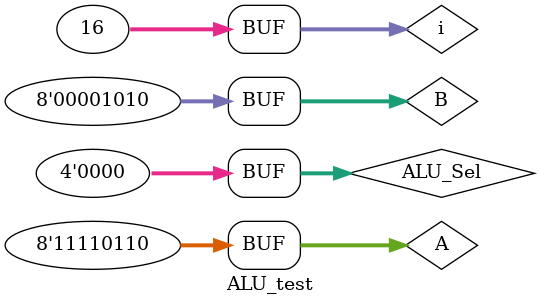
<source format=v>
`timescale 1ns / 1ps

//Please put it in your simulations.v 

module Project1Test();
    //Input Registers of ALUSystem
    reg[1:0] RF_OutASel; 
    reg[1:0] RF_OutBSel; 
    reg[1:0] RF_FunSel;
    reg[3:0] RF_RegSel;
    reg[3:0] ALU_FunSel;
    reg[1:0] ARF_OutCSel; 
    reg[1:0] ARF_OutDSel; 
    reg[1:0] ARF_FunSel;
    reg[2:0] ARF_RegSel;
    reg      IR_LH;
    reg      IR_Enable;
    reg[1:0] IR_Funsel;
    reg      Mem_WR;
    reg      Mem_CS;
    reg[1:0] MuxASel;
    reg[1:0] MuxBSel;
    reg      MuxCSel;
    reg      Clock;
    
    //Test Bench Connection of ALU System
    ALUSystem _ALUSystem(
    .RF_OutASel(RF_OutASel), 
    .RF_OutBSel(RF_OutBSel), 
    .RF_FunSel(RF_FunSel),
    .RF_RegSel(RF_RegSel),
    .ALU_FunSel(ALU_FunSel),
    .ARF_OutCSel(ARF_OutCSel), 
    .ARF_OutDSel(ARF_OutDSel), 
    .ARF_FunSel(ARF_FunSel),
    .ARF_RegSel(ARF_RegSel),
    .IR_LH(IR_LH),
    .IR_Enable(IR_Enable),
    .IR_Funsel(IR_Funsel),
    .Mem_WR(Mem_WR),
    .Mem_CS(Mem_CS),
    .MuxASel(MuxASel),
    .MuxBSel(MuxBSel),
    .MuxCSel(MuxCSel),
    .Clock(Clock)
    );
    
    //Test Vector Variables
    reg [31:0] VectorNum, Errors, TotalLine; 
    reg [34:0] TestVectors[10000:0];
    reg Reset, Operation;
    
    //Clock Signal Generation
    always 
    begin
        Clock = 1; #5; Clock = 0; #5; // 10ns period
    end
    
    //Read Test Bench Values
    initial begin
        $readmemb("TestBench.mem", TestVectors); // Read vectors
        VectorNum = 0; Errors = 0; TotalLine=0; Reset=0;// Initialize
    end
    
    // Apply test vectors on rising edge of clock
    always @(posedge Clock)
    begin
        #1; 
        {Operation, RF_OutASel, RF_OutBSel, RF_FunSel, 
        RF_RegSel, ALU_FunSel, ARF_OutCSel, ARF_OutDSel, 
        ARF_FunSel, ARF_RegSel, IR_LH, IR_Enable, IR_Funsel, 
        Mem_WR, Mem_CS, MuxASel, MuxBSel, MuxCSel} = TestVectors[VectorNum];
    end
    
    // Check results on falling edge of clk
    always @(negedge Clock)
        if (~Reset) // skip during reset
        begin
            $display("Input Values:");
            $display("Operation: %d", Operation);
            $display("Register File: OutASel: %d, OutBSel: %d, FunSel: %d, Regsel: %d", RF_OutASel, RF_OutBSel, RF_FunSel, RF_RegSel);            
            $display("ALU FunSel: %d", ALU_FunSel);
            $display("Addres Register File: OutCSel: %d, OutDSel: %d, FunSel: %d, Regsel: %d", ARF_OutCSel, ARF_OutDSel, ARF_FunSel, ARF_RegSel);            
            $display("Instruction Register: LH: %d, Enable: %d, FunSel: %d", IR_LH, IR_Enable, IR_Funsel);            
            $display("Memory: WR: %d, CS: %d", Mem_WR, Mem_CS);
            $display("MuxASel: %d, MuxBSel: %d, MuxCSel: %d", MuxASel, MuxBSel, MuxCSel);
            
            $display("");
            $display("Ouput Values:");
            $display("Register File: AOut: %d, BOut: %d", _ALUSystem.AOut, _ALUSystem.BOut);            
            $display("ALUOut: %d, ALUOutFlag: %d, ALUOutFlags: Z:%d, C:%d, N:%d, O:%d,", _ALUSystem.ALUOut, _ALUSystem.ALUOutFlag, _ALUSystem.ALUOutFlag[3],_ALUSystem.ALUOutFlag[2],_ALUSystem.ALUOutFlag[1],_ALUSystem.ALUOutFlag[0]);
            $display("Address Register File: COut: %d, DOut (Address): %d", _ALUSystem.ARF_COut, _ALUSystem.Address);            
            $display("Memory Out: %d", _ALUSystem.MemoryOut);            
            $display("Instruction Register: IROut: %d", _ALUSystem.IROut);            
            $display("MuxAOut: %d, MuxBOut: %d, MuxCOut: %d", _ALUSystem.MuxAOut, _ALUSystem.MuxBOut, _ALUSystem.MuxCOut);
            
            // increment array index and read next testvector
            VectorNum = VectorNum + 1;
            if (TestVectors[VectorNum] === 35'bx)
            begin
                $display("%d tests completed.",
                VectorNum);
                $finish; // End simulation
            end
        end
endmodule

module A_eight_bit_full_adder_subtractor(
    input [7:0] A_input,
    input [7:0] B_input,
    input X,    //1 when subraction, 0 when summation
    output Cout,
    output [7:0] s 
    );
    wire [7:0] B_after_Xor ;
    xor_gate B_Xor_X(B_input[0], X, B_after_Xor[0]);
    xor_gate B_Xor_X1(B_input[1], X, B_after_Xor[1]);
    xor_gate B_Xor_X2(B_input[2], X, B_after_Xor[2]);
    xor_gate B_Xor_X3(B_input[3], X, B_after_Xor[3]);
    xor_gate B_Xor_X4(B_input[4], X, B_after_Xor[4]);
    xor_gate B_Xor_X5(B_input[5], X, B_after_Xor[5]);
    xor_gate B_Xor_X6(B_input[6], X, B_after_Xor[6]);
    xor_gate B_Xor_X7(B_input[7], X, B_after_Xor[7]);
    
    eight_bit_full_adder result(A_input, B_after_Xor, X, Cout, s);
endmodule


module sixteen_bit_full_adder_subtractor_test(); 
   reg [15:0]A;
   reg [15:0]B_input;
   reg X;           //1 when subraction, 0 when summation
   wire Cout;
   wire [15:0]s;
   
   sixteen_bit_full_adder_subtractor uut(A,B_input,X,Cout,s);
   
   initial begin
       A = 16'd23; B_input = 16'd3; X = 1'b0;#125;
       A = 16'd21; B_input = 16'd75; X = 1'b0;#125;
       A = 16'd16800; B_input = 16'd16900; X = 1'b0;#125;
       A = 16'd69834; B_input = 16'd66500; X = 1'b0;#125;
       A = 16'd325; B_input = 16'd97; X = 1'b0;#125;
       A = 16'd44; B_input = 16'd190; X = 1'b0;#125;
       A = 16'd463; B_input = 16'd241; X = 1'b0;#125;
       A = 16'd86; B_input = 16'd572; X = 1'b0;#125;
       
   end
endmodule

module and_gate_test();
    
    reg A;
    reg B;
    
    wire C;
    
    and_gate uut(A,B,C);
    
    initial begin
        A = 1'b0;   B = 1'b0;   #250;  
        A = 1'b0;   B = 1'b1;   #250;
        A = 1'b1;   B = 1'b0;   #250;  
        A = 1'b1;   B = 1'b1;   #250;
    end
endmodule

module or_gate_test();
    
    reg A;
    reg B;
    
    wire C;
    
    or_gate uut(A,B,C);
    
    initial begin
        A = 1'b0;   B = 1'b0;   #250;  
        A = 1'b0;   B = 1'b1;   #250;
        A = 1'b1;   B = 1'b0;   #250;  
        A = 1'b1;   B = 1'b1;   #250;
    end
endmodule

module not_gate_test();
    
    reg A;
    
    wire B;
    
    not_gate uut(A,B);
    
    initial begin
        A = 1'b0;   #250;  
        A = 1'b1;   #250;
       
    end
endmodule
module nand_gate_test();
    
    reg A;
    reg B;
    
    wire C;
    
    nand_gate uut(A,B,C);
    
    initial begin
        A = 1'b0;   B = 1'b0;   #250;  
        A = 1'b0;   B = 1'b1;   #250;
        A = 1'b1;   B = 1'b0;   #250;  
        A = 1'b1;   B = 1'b1;   #250;
    end
endmodule
module xor_gate_test();
    
    reg A;
    reg B;
    
    wire C;
    
    xor_gate uut(A,B,C);
    
    initial begin
        A = 1'b0;   B = 1'b0;   #250;  
        A = 1'b0;   B = 1'b1;   #250;
        A = 1'b1;   B = 1'b0;   #250;  
        A = 1'b1;   B = 1'b1;   #250;
    end
endmodule

module half_adder_test(); 
   reg A;
   reg B;
   wire C;
   wire S;
   half_adder uut(A,B,C,S);
   
   initial begin
       A = 0; B = 0;#250;
       A = 0; B = 1;#250;
       A = 1; B = 0;#250;
       A = 1; B = 1;#250;
   end
endmodule
module full_adder_test(); 
   reg A;
   reg B;
   reg Carry_in;
   wire Carry_out;
   wire S;
   full_adder uut(A,B,Carry_in,Carry_out,S);
   
   initial begin
       A = 1'b0; B = 1'b0; Carry_in = 1'b0;#125;
       A = 1'b0; B = 1'b0; Carry_in = 1'b1;#125;
       A = 1'b0; B = 1'b1; Carry_in = 1'b0;#125;
       A = 1'b0; B = 1'b1; Carry_in = 1'b1;#125;
       A = 1'b1; B = 1'b0; Carry_in = 1'b0;#125;
       A = 1'b1; B = 1'b0; Carry_in = 1'b1;#125;
       A = 1'b1; B = 1'b1; Carry_in = 1'b0;#125;
       A = 1'b1; B = 1'b1; Carry_in = 1'b1;#125;
       
   end
endmodule
module four_bit_full_adder_test(); 
   reg [3:0]A;
   reg [3:0]B;
   reg Cin;
   wire Cout;
   wire [3:0]S;
   four_bit_full_adder uut(A,B,Cin,Cout,S);
   
   initial begin
       A = 4'd8; B = 4'd1; Cin = 1'd0;#125;
       A = 4'd2; B = 4'd7; Cin = 1'd0;#125;
       A = 4'd4; B = 4'd5; Cin = 1'd0;#125;
       A = 4'd11; B = 4'd10; Cin = 1'd0;#125;
       A = 4'd14; B = 4'd5; Cin = 1'd0;#125;
       A = 4'd15; B = 4'd9; Cin = 1'd0;#125;
       A = 4'd6; B = 4'd3; Cin = 1'd0;#125;
       A = 4'd8; B = 4'd12; Cin = 1'd0;#125;
       
   end
endmodule
module eight_bit_full_adder_test(); 
   reg [7:0]A;
   reg [7:0]B;
   reg Cin;
   wire Cout;
   wire [7:0]S;
   eight_bit_full_adder uut(A,B,Cin,Cout,S);
   
   initial begin
       A = 8'd29; B = 8'd5; Cin = 1'd0;#125;
       A = 8'd51; B = 8'd92; Cin = 1'd0;#125;
       A = 8'd17; B = 8'd28; Cin = 1'd0;#125;
       A = 8'd191; B = 8'd2; Cin = 1'd0;#125;
       A = 8'd200; B = 8'd95; Cin = 1'd0;#125;
       A = 8'd49; B = 8'd25; Cin = 1'd0;#125;
       A = 8'd78; B = 8'd252; Cin = 1'd0;#125;
       A = 8'd43; B = 8'd59; Cin = 1'd0;#125;
   end
endmodule

module A_eight_bit_full_adder_subtractor_test(); 
   reg [7:0]A;
   reg [7:0]B;
   reg Cin;
   wire Cout;
   wire [7:0]S;
   A_eight_bit_full_adder_subtractor uut(A,B,Cin,Cout,S);
   
   initial begin
       A = 8'd29; B = 8'd5; Cin = 1'd1;#125;
       A = 8'd100; B = 8'd92; Cin = 1'd1;#125;
       A = 8'd30; B = 8'd28; Cin = 1'd1;#125;
       A = 8'd191; B = 8'd2; Cin = 1'd1;#125;
       A = 8'd200; B = 8'd95; Cin = 1'd0;#125;
       A = 8'd49; B = 8'd25; Cin = 1'd0;#125;
       A = 8'd78; B = 8'd252; Cin = 1'd0;#125;
       A = 8'd43; B = 8'd59; Cin = 1'd0;#125;
   end
endmodule

module A_sixteen_bit_full_adder_subtractor_test(); 
   reg [15:0]A;
   reg [15:0]B_input;
   reg X;           //1 when subraction, 0 when summation
   wire Cout;
   wire [15:0]s;
   
   A_sixteen_bit_full_adder_subtractor uut(A,B_input,X,Cout,s);
   
   initial begin
       A = 16'd23; B_input = 16'd3; X = 1'b0;#125;
       A = 16'd21; B_input = 16'd75; X = 1'b0;#125;
       A = 16'd16800; B_input = 16'd16900; X = 1'b0;#125;
       A = 16'd69834; B_input = 16'd66500; X = 1'b0;#125;
       A = 16'd325; B_input = 16'd97; X = 1'b0;#125;
       A = 16'd44; B_input = 16'd190; X = 1'b0;#125;
       A = 16'd463; B_input = 16'd241; X = 1'b0;#125;
       A = 16'd86; B_input = 16'd572; X = 1'b0;#125;
       
   end
endmodule
module part11_test(); 
   reg [15:0]A;
   reg [15:0]B;
   wire Cout;
   wire [15:0]S;
   part11 uut(A,B,Cout,S);
   
   initial begin
       A = 16'd32; B = 16'd7; #125;
       A = 16'd21; B = 16'd85; #125;
       A = 16'd16; B = 16'd36; #125;
       A = 16'd256; B = 16'd5; #125;
       A = 16'd200; B = 16'd95;#125;
       A = 16'd45; B = 16'd153; #125;
       A = 16'd36; B = 16'd255; #125;
       A = 16'd25; B = 16'd56; #125;
   end
endmodule

module eight_bit_d_flip_flop_simulation(); 
   reg [7:0] D;
   reg reset;
   reg enable;
   reg CLK;
   wire [7:0] Q;
   eight_bit_d_flip_flop uut(D,reset, enable, CLK,Q);
   
   initial begin
       CLK = 0; enable=1; reset=0; D = 8'b01010101;#166.66;
       D = 8'b01010101; #166.66;
       D = 8'b11111111; #166.66;
       reset = 1;D = 8'b11110000; #166.66;
       enable = 0; D = 8'b01010101; #166.66;

   end
   always
   begin
       CLK <= ~CLK; #50;
   end
endmodule

module sixteen_bit_d_flip_flop_simulation(); 
   reg [15:0] D;
   reg reset;
   reg enable;
   reg CLK;
   wire [15:0] Q;
   sixteen_bit_d_flip_flop uut(D,reset, enable, CLK,Q);
   
   initial begin
       CLK = 0; enable=1; reset=0; D = 16'd98 ;#166.66;
       D = 16'd17; #166.66;
       D = 16'd34; #166.66;
       reset = 1; D =16'd165; #166.66;
       enable = 0; D = 16'd134; #166.66;

   end
   always
   begin
       CLK <= ~CLK; #50;
   end
endmodule

module eight_bit_register_test();
   reg [7:0] A;
   reg reset;
   reg enable;
   reg CLK;
   reg [1:0]funsel;
   wire [7:0] O;
   eight_bit_register uut(A,funsel,enable,CLK,reset,O);
   
   initial begin
       CLK = 0; enable=1; reset=0; A = 8'b01010101; funsel=2'b10;#166.66;//load
       funsel=2'b00; #166.66;//decrement
       funsel=2'b01; #166.66;//increment
       funsel=2'b11; #166.66;//Clear
      A = 8'b11110000; funsel=2'b10; #166.66;//load
       enable = 0; funsel=2'b11; #166.66;

   end
   always
   begin
       CLK <= ~CLK; #50;
   end    
    
endmodule

module sixteen_bit_register_test();
   reg [15:0] A;
   reg reset;
   reg enable;
   reg CLK;
   reg [1:0]funsel;
   wire [15:0] O;
   sixteen_bit_register uut(A,funsel,enable,CLK,reset,O);
   
   initial begin
       CLK = 0; enable=1; reset=0; A = 16'b0101010101010101; funsel=2'b10;#166.66;//load
       funsel=2'b00; #166.66;//decrement
       funsel=2'b01; #166.66;//increment
       funsel=2'b11; #166.66;//Clear
      A = 16'b1111000011110000; funsel=2'b10; #166.66;//load
       enable = 0; funsel=2'b11; #166.66;

   end
   always
   begin
       CLK <= ~CLK; #50;
   end    
    
endmodule

module part2a_test();
   reg [7:0] A;
   reg [1:0]funsel;
   reg [3:0]regsel;
   reg [1:0]outAsel;
   reg [1:0]outBsel;
   reg CLK;
   wire [7:0] OA;
   wire [7:0] OB;
   part2a uut(A,funsel,regsel,outAsel,outBsel,CLK,OA,OB);
   
   initial begin
       CLK = 0; regsel=4'b1110; A = 8'b01010101; funsel=2'b10; outAsel=2'b11 ; outBsel=2'b00;#166.66;//r1 load -> A,B
       funsel=2'b00;regsel=4'b1110;outAsel=2'b00 ; outBsel=2'b00; #166.66;//decrement r1->A,B
       funsel=2'b11; regsel=4'b1110; #166.66; outAsel=2'b00 ; outBsel=2'b00;//clear r1->A,B
       funsel=2'b10;regsel=4'b1001;A = 8'b11001100;outAsel=2'b01 ; outBsel=2'b10; #166.66;//load r2,r3->A,B
       funsel=2'b01;regsel=4'b1001;outAsel=2'b10 ; outBsel=2'b01; #166.66;//increment r1,r2->B,A
       funsel=2'b11;regsel=4'b0000;outAsel=2'b11 ; outBsel=2'b10; #166.66;//clear r1,r2,r3,r4->_,_,B,A

   end
   always
   begin
       CLK <= ~CLK; #50;
   end    
    
endmodule
module part2b_test();
   reg [7:0] A;
   reg [1:0]funsel;
   reg [2:0]regsel;
   reg [1:0]outCsel;
   reg [1:0]outDsel;
   reg CLK;
   wire [7:0] OC;
   wire [7:0] OD;
   part2b uut(A,funsel,regsel,outCsel,outDsel,CLK,OC,OD);
   
   initial begin
       CLK = 0; regsel=3'b011; A = 8'b01010101; funsel=2'b10; outCsel=2'b00 ; outDsel=2'b01;#166.66;// LOAD PC // OUTPUT PC
       funsel=2'b00;regsel=3'b011;outCsel=2'b00 ; outDsel=2'b01; #166.66;// DECREMENT PC // OUTPUT PC
       funsel=2'b11; regsel=3'b011; outCsel=2'b00 ; outDsel=2'b10;#166.66; // CLEAR PC // OUTPUT PC AND AR
       funsel=2'b10;regsel=3'b100;A = 8'b11001100;outCsel=2'b00 ; outDsel=2'b11; #166.66; // LOAD AR AND SP // OUTPUT PC AND SP
       funsel=2'b01;regsel=3'b100;outCsel=2'b10 ; outDsel=2'b11; #166.66;// INCREMENT AR AND SP // OUTPUT AR AND SP
       funsel=2'b11;regsel=3'b000;outCsel=2'b10 ; outDsel=2'b11; #166.66;// CLEAR ALL

   end
   always
   begin
       CLK <= ~CLK; #50;
   end    
    
endmodule



module part2c_test();
   reg [7:0] A;
   reg LH;
   reg enable;
   reg CLK;
   reg [1:0]funsel;
   wire [15:0] O;
   part2c uut(A,LH,funsel,CLK,enable,O);
   
   initial begin
       enable=1;LH=1'b1; A = 8'b00000001; funsel=2'b10;#5;CLK = 0;#166.66;//load
       LH=1'b0; enable=1; A = 8'b00000001; funsel=2'b10;#166.66;//load
       LH=1'b0; enable=1; A = 8'b11111111; funsel=2'b10;#166.66;//load
       funsel=2'b00; #166.66;//A
       funsel=2'b01; #166.66;//Clear
       funsel=2'b11; #166.66;//Clear

   end
   always
   begin
       CLK <= ~CLK; #50;
   end    
    
endmodule
/*
input [7:0] A,B,  // ALU 8-bit Inputs                 
       input [3:0] ALU_Sel,// ALU Selection
       output [7:0] ALU_Out, // ALU 8-bit Output
       output reg zeroFlag,
       output reg negativeFlag,
       output reg overflowFlag,
       output reg carryFlag*/
module ALU_test();
//Inputs
 reg[7:0] A,B;
 reg[3:0] ALU_Sel;

//Outputs
 wire [3:0]ALUOutFlag;
 wire[7:0] ALU_Out;
 /*wire zeroFlag;
 wire negativeFlag;
 wire overflowFlag;
 wire carryFlag;*/
 // Verilog code for ALU
 integer i;
 alu uut(
            A,B,  // ALU 8-bit Inputs                 
            ALU_Sel,// ALU Selection
            ALU_Out,
            ALUOutFlag // ALU 8-bit Output
            /*zeroFlag,
            negativeFlag,
            overflowFlag,
            carryFlag*/ // Carry Out Flag
     );
    initial begin
    // hold reset state for 100 ns.
      A = 8'b10001010;
      B = 8'b10000011;
      ALU_Sel = 4'h0;
      #50;
      for (i=0;i<=15;i=i+1)
      begin
       ALU_Sel = ALU_Sel + 4'b0001;
       #50;
      end
      
      A = 8'hF6;
      B = 8'h0A;
      
    end
endmodule
</source>
